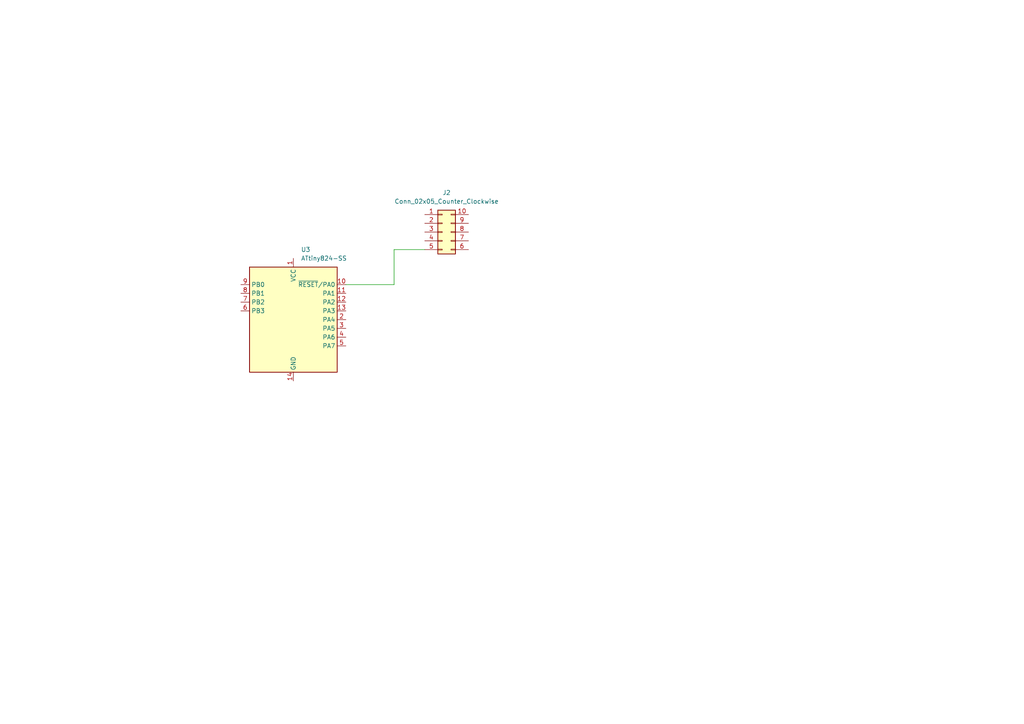
<source format=kicad_sch>
(kicad_sch (version 20231120) (generator "eeschema") (generator_version "8.0")
  (paper "A4")
  (lib_symbols
    (symbol "Connector_Generic:Conn_02x05_Counter_Clockwise" (pin_names (offset 1.016) hide)
      (property "Reference" "J" (at 1.27 7.62 0))
      (property "Value" "Conn_02x05_Counter_Clockwise" (at 1.27 -7.62 0))
      (symbol "Conn_02x05_Counter_Clockwise_1_1"
        (rectangle (start -1.27 -4.953) (end 0 -5.207) (stroke (width 0.1524)))
        (rectangle (start -1.27 -2.413) (end 0 -2.667) (stroke (width 0.1524)))
        (rectangle (start -1.27 0.127) (end 0 -0.127) (stroke (width 0.1524)))
        (rectangle (start -1.27 2.667) (end 0 2.413) (stroke (width 0.1524)))
        (rectangle (start -1.27 5.207) (end 0 4.953) (stroke (width 0.1524)))
        (rectangle (start -1.27 6.35) (end 3.81 -6.35) (stroke (width 0.254)) (fill (type background)))
        (rectangle (start 3.81 -4.953) (end 2.54 -5.207) (stroke (width 0.1524)))
        (rectangle (start 3.81 -2.413) (end 2.54 -2.667) (stroke (width 0.1524)))
        (rectangle (start 3.81 0.127) (end 2.54 -0.127) (stroke (width 0.1524)))
        (rectangle (start 3.81 2.667) (end 2.54 2.413) (stroke (width 0.1524)))
        (rectangle (start 3.81 5.207) (end 2.54 4.953) (stroke (width 0.1524)))
        (pin passive line (at -5.08 5.08 0) (length 3.81) (name "Pin_1") (number "1"))
        (pin passive line (at 7.62 5.08 180) (length 3.81) (name "Pin_10") (number "10"))
        (pin passive line (at -5.08 2.54 0) (length 3.81) (name "Pin_2") (number "2"))
        (pin passive line (at -5.08 0 0) (length 3.81) (name "Pin_3") (number "3"))
        (pin passive line (at -5.08 -2.54 0) (length 3.81) (name "Pin_4") (number "4"))
        (pin passive line (at -5.08 -5.08 0) (length 3.81) (name "Pin_5") (number "5"))
        (pin passive line (at 7.62 -5.08 180) (length 3.81) (name "Pin_6") (number "6"))
        (pin passive line (at 7.62 -2.54 180) (length 3.81) (name "Pin_7") (number "7"))
        (pin passive line (at 7.62 0 180) (length 3.81) (name "Pin_8") (number "8"))
        (pin passive line (at 7.62 2.54 180) (length 3.81) (name "Pin_9") (number "9"))
      )
    )
    (symbol "MCU_Microchip_ATtiny:ATtiny824-SS"
      (property "Reference" "U" (at -12.7 16.51 0))
      (property "Value" "ATtiny824-SS" (at 2.54 -16.51 0))
      (symbol "ATtiny824-SS_0_1"
        (rectangle (start -12.7 -15.24) (end 12.7 15.24) (stroke (width 0.254)) (fill (type background)))
      )
      (symbol "ATtiny824-SS_1_1"
        (pin power_in line (at 0 17.78 270) (length 2.54) (name "VCC") (number "1"))
        (pin bidirectional line (at 15.24 10.16 180) (length 2.54) (name "~{RESET}/PA0") (number "10"))
        (pin bidirectional line (at 15.24 7.62 180) (length 2.54) (name "PA1") (number "11"))
        (pin bidirectional line (at 15.24 5.08 180) (length 2.54) (name "PA2") (number "12"))
        (pin bidirectional line (at 15.24 2.54 180) (length 2.54) (name "PA3") (number "13"))
        (pin power_in line (at 0 -17.78 90) (length 2.54) (name "GND") (number "14"))
        (pin bidirectional line (at 15.24 0 180) (length 2.54) (name "PA4") (number "2"))
        (pin bidirectional line (at 15.24 -2.54 180) (length 2.54) (name "PA5") (number "3"))
        (pin bidirectional line (at 15.24 -5.08 180) (length 2.54) (name "PA6") (number "4"))
        (pin bidirectional line (at 15.24 -7.62 180) (length 2.54) (name "PA7") (number "5"))
        (pin bidirectional line (at -15.24 2.54 0) (length 2.54) (name "PB3") (number "6"))
        (pin bidirectional line (at -15.24 5.08 0) (length 2.54) (name "PB2") (number "7"))
        (pin bidirectional line (at -15.24 7.62 0) (length 2.54) (name "PB1") (number "8"))
        (pin bidirectional line (at -15.24 10.16 0) (length 2.54) (name "PB0") (number "9"))
      )
    )
  )
  (wire (pts (xy 114.3 72.39) (xy 123.19 72.39)))
  (wire (pts (xy 114.3 72.39) (xy 114.3 82.55)))
  (wire (pts (xy 114.3 82.55) (xy 100.33 82.55)))
  (symbol (lib_id "MCU_Microchip_ATtiny:ATtiny824-SS") (at 85.09 92.71 0) (unit 1)
    (property "Reference" "U3" (at 87.2841 72.39 0) (effects (justify left)))
    (property "Value" "ATtiny824-SS" (at 87.2841 74.93 0) (effects (justify left)))
    (property "Footprint" "Package_SO:SOIC-14_3.9x8.7mm_P1.27mm" (effects (hide yes)))
    (property "Datasheet" "https://ww1.microchip.com/downloads/en/DeviceDoc/ATtiny424-426-427-824-826-827-DataSheet-DS40002311A.pdf" (effects (hide yes)))
    (property "Description" "20MHz, 8kB Flash, 1kB SRAM, 128B EEPROM, SOIC-14" (effects (hide yes)))
  )
  (symbol (lib_id "Connector_Generic:Conn_02x05_Counter_Clockwise") (at 128.27 67.31 0) (unit 1)
    (property "Reference" "J2" (at 129.54 55.88 0))
    (property "Value" "Conn_02x05_Counter_Clockwise" (at 129.54 58.42 0))
    (property "Footprint" "Connector_IDC:IDC-Header_2x05_P2.54mm_Vertical" (effects (hide yes)))
    (property "Description" "Generic connector, double row, 02x05, counter clockwise pin numbering scheme (similar to DIP package numbering), script generated (kicad-library-utils/schlib/autogen/connector/)" (effects (hide yes)))
  )
)
</source>
